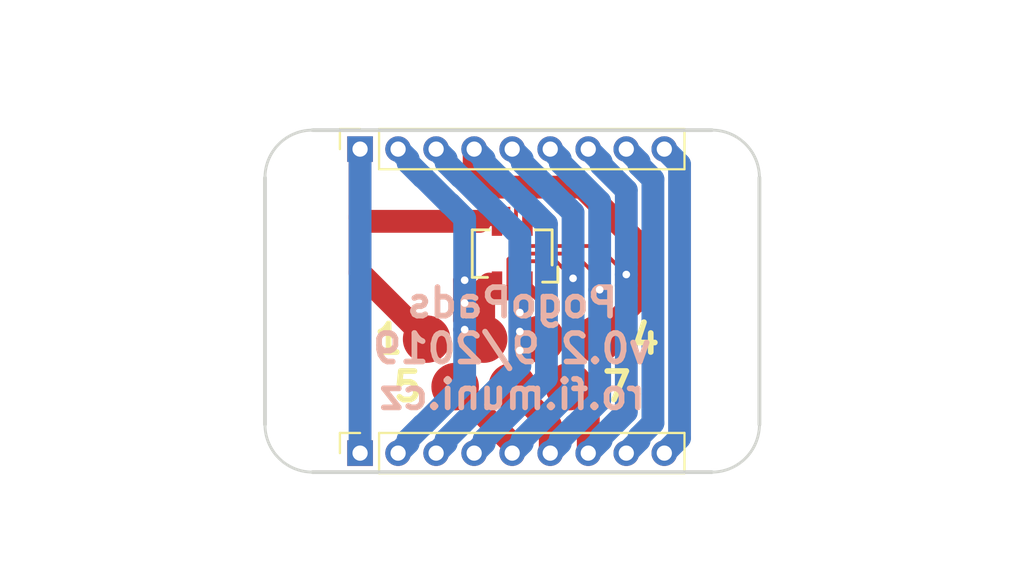
<source format=kicad_pcb>
(kicad_pcb (version 20221018) (generator pcbnew)
  (layers (0 "F.Cu" signal) (31 "B.Cu" signal) (34 "B.Paste" user) (35 "F.Paste" user) (36 "B.SilkS" user "B.Silkscreen") (37 "F.SilkS" user "F.Silkscreen") (38 "B.Mask" user) (39 "F.Mask" user) (44 "Edge.Cuts" user))
  (net 0 "")
  (net 1 "1")
  (net 2 "2")
  (net 3 "3")
  (net 4 "4")
  (net 5 "5")
  (net 6 "6")
  (net 7 "7")
  (net 8 "8")
  (net 9 "9")
  (net 10 "Net-(J4-Pad6)")
  (footprint "rofi:pogo_pads_4_3" (layer "F.Cu") (at 118.5 70)
    (fp_text reference "J3" hide)
    (fp_text value "POGO")
    (pad "1" smd circle (at -4.5 0) (size 2.5 2.5) (layers "F.Cu" "F.Paste" "F.Mask") (net 1 "1"))
    (pad "2" smd circle (at -1.5 0) (size 2.5 2.5) (layers "F.Cu" "F.Paste" "F.Mask") (net 2 "2"))
    (pad "3" smd circle (at 1.5 0) (size 2.5 2.5) (layers "F.Cu" "F.Paste" "F.Mask") (net 3 "3"))
    (pad "4" smd circle (at 4.5 0) (size 2.5 2.5) (layers "F.Cu" "F.Paste" "F.Mask") (net 4 "4"))
    (pad "5" smd circle (at -3 2.5) (size 2.5 2.5) (layers "F.Cu" "F.Paste" "F.Mask") (net 5 "5"))
    (pad "6" smd circle (at 0 2.5) (size 2.5 2.5) (layers "F.Cu" "F.Paste" "F.Mask") (net 6 "6"))
    (pad "7" smd circle (at 3 2.5) (size 2.5 2.5) (layers "F.Cu" "F.Paste" "F.Mask") (net 7 "7"))
  )
  (footprint "MountingHole:MountingHole_2mm" (layer "F.Cu") (at 129.2 68)
    (fp_text reference "H1" hide)
    (fp_text value "MountingHole")
    (pad "" np_thru_hole circle (at 0 0) (size 2 2) (drill 2) (layers "*.Cu" "*.Mask"))
  )
  (footprint "MountingHole:MountingHole_2mm" (layer "F.Cu") (at 107.8 67.9)
    (fp_text reference "H2" hide)
    (fp_text value "MountingHole")
    (pad "" np_thru_hole circle (at 0 0) (size 2 2) (drill 2) (layers "*.Cu" "*.Mask"))
  )
  (footprint "Connector_PinSocket_2.00mm:PinSocket_1x09_P2.00mm_Vertical" (layer "F.Cu") (at 110.5 76 90)
    (fp_text reference "J1" hide)
    (fp_text value "IN")
    (fp_line (start -1.06 1) (end -1.06 17.06) (stroke (width 0.12)) (layer "F.SilkS"))
    (fp_line (start -1.06 1) (end 1.06 1) (stroke (width 0.12)) (layer "F.SilkS"))
    (fp_line (start -1.06 17.06) (end 1.06 17.06) (stroke (width 0.12)) (layer "F.SilkS"))
    (fp_line (start 0 -1.06) (end 1.06 -1.06) (stroke (width 0.12)) (layer "F.SilkS"))
    (fp_line (start 1.06 -1.06) (end 1.06 0) (stroke (width 0.12)) (layer "F.SilkS"))
    (fp_line (start 1.06 1) (end 1.06 17.06) (stroke (width 0.12)) (layer "F.SilkS"))
    (pad "1" thru_hole rect (at 0 0 90) (size 1.35 1.35) (drill 0.8) (layers "*.Cu" "*.Mask") (net 1 "1"))
    (pad "2" thru_hole oval (at 0 2 90) (size 1.35 1.35) (drill 0.8) (layers "*.Cu" "*.Mask") (net 2 "2"))
    (pad "3" thru_hole oval (at 0 4 90) (size 1.35 1.35) (drill 0.8) (layers "*.Cu" "*.Mask") (net 3 "3"))
    (pad "4" thru_hole oval (at 0 6 90) (size 1.35 1.35) (drill 0.8) (layers "*.Cu" "*.Mask") (net 4 "4"))
    (pad "5" thru_hole oval (at 0 8 90) (size 1.35 1.35) (drill 0.8) (layers "*.Cu" "*.Mask") (net 5 "5"))
    (pad "6" thru_hole oval (at 0 10 90) (size 1.35 1.35) (drill 0.8) (layers "*.Cu" "*.Mask") (net 6 "6"))
    (pad "7" thru_hole oval (at 0 12 90) (size 1.35 1.35) (drill 0.8) (layers "*.Cu" "*.Mask") (net 7 "7"))
    (pad "8" thru_hole oval (at 0 14 90) (size 1.35 1.35) (drill 0.8) (layers "*.Cu" "*.Mask") (net 8 "8"))
    (pad "9" thru_hole oval (at 0 16 90) (size 1.35 1.35) (drill 0.8) (layers "*.Cu" "*.Mask") (net 9 "9"))
  )
  (footprint "Connector_PinSocket_2.00mm:PinSocket_1x09_P2.00mm_Vertical" (layer "F.Cu") (at 110.5 60 90)
    (fp_text reference "J2" hide)
    (fp_text value "OUT")
    (fp_line (start -1.06 1) (end -1.06 17.06) (stroke (width 0.12)) (layer "F.SilkS"))
    (fp_line (start -1.06 1) (end 1.06 1) (stroke (width 0.12)) (layer "F.SilkS"))
    (fp_line (start -1.06 17.06) (end 1.06 17.06) (stroke (width 0.12)) (layer "F.SilkS"))
    (fp_line (start 0 -1.06) (end 1.06 -1.06) (stroke (width 0.12)) (layer "F.SilkS"))
    (fp_line (start 1.06 -1.06) (end 1.06 0) (stroke (width 0.12)) (layer "F.SilkS"))
    (fp_line (start 1.06 1) (end 1.06 17.06) (stroke (width 0.12)) (layer "F.SilkS"))
    (pad "1" thru_hole rect (at 0 0 90) (size 1.35 1.35) (drill 0.8) (layers "*.Cu" "*.Mask") (net 1 "1"))
    (pad "2" thru_hole oval (at 0 2 90) (size 1.35 1.35) (drill 0.8) (layers "*.Cu" "*.Mask") (net 2 "2"))
    (pad "3" thru_hole oval (at 0 4 90) (size 1.35 1.35) (drill 0.8) (layers "*.Cu" "*.Mask") (net 3 "3"))
    (pad "4" thru_hole oval (at 0 6 90) (size 1.35 1.35) (drill 0.8) (layers "*.Cu" "*.Mask") (net 4 "4"))
    (pad "5" thru_hole oval (at 0 8 90) (size 1.35 1.35) (drill 0.8) (layers "*.Cu" "*.Mask") (net 5 "5"))
    (pad "6" thru_hole oval (at 0 10 90) (size 1.35 1.35) (drill 0.8) (layers "*.Cu" "*.Mask") (net 6 "6"))
    (pad "7" thru_hole oval (at 0 12 90) (size 1.35 1.35) (drill 0.8) (layers "*.Cu" "*.Mask") (net 7 "7"))
    (pad "8" thru_hole oval (at 0 14 90) (size 1.35 1.35) (drill 0.8) (layers "*.Cu" "*.Mask") (net 8 "8"))
    (pad "9" thru_hole oval (at 0 16 90) (size 1.35 1.35) (drill 0.8) (layers "*.Cu" "*.Mask") (net 9 "9"))
  )
  (footprint "rofi:molex-505004-0812" (layer "F.Cu") (at 118.5 65.5 180)
    (fp_text reference "J4" hide)
    (fp_text value "Molex")
    (fp_line (start -2.4 -1.5) (end -2.4 -0.7) (stroke (width 0.15)) (layer "F.SilkS"))
    (fp_line (start -2.1 -0.6) (end -2.1 1.25) (stroke (width 0.15)) (layer "F.SilkS"))
    (fp_line (start -2.1 1.25) (end -1.2 1.25) (stroke (width 0.15)) (layer "F.SilkS"))
    (fp_line (start -1.6 -1.5) (end -2.4 -1.5) (stroke (width 0.15)) (layer "F.SilkS"))
    (fp_line (start 1.2 1.25) (end 2.1 1.25) (stroke (width 0.15)) (layer "F.SilkS"))
    (fp_line (start 2.1 -1.25) (end 1.3 -1.25) (stroke (width 0.15)) (layer "F.SilkS"))
    (fp_line (start 2.1 1.25) (end 2.1 -1.25) (stroke (width 0.15)) (layer "F.SilkS"))
    (pad "1" smd rect (at -0.8 -1.7 180) (size 0.55 1.524) (layers "F.Cu" "F.Paste" "F.Mask") (net 3 "3"))
    (pad "2" smd rect (at -0.8 1.7 180) (size 0.55 1.524) (layers "F.Cu" "F.Paste" "F.Mask") (net 4 "4"))
    (pad "3" smd rect (at -0.2 -1.7 180) (size 0.2 1.524) (layers "F.Cu" "F.Paste" "F.Mask") (net 5 "5"))
    (pad "4" smd rect (at -0.2 1.7 180) (size 0.2 1.524) (layers "F.Cu" "F.Paste" "F.Mask") (net 7 "7"))
    (pad "5" smd rect (at 0.2 -1.7 180) (size 0.2 1.524) (layers "F.Cu" "F.Paste" "F.Mask") (net 6 "6"))
    (pad "6" smd rect (at 0.2 1.7 180) (size 0.2 1.524) (layers "F.Cu" "F.Paste" "F.Mask") (net 10 "Net-(J4-Pad6)"))
    (pad "7" smd rect (at 0.8 -1.7 180) (size 0.55 1.524) (layers "F.Cu" "F.Paste" "F.Mask") (net 2 "2"))
    (pad "8" smd rect (at 0.8 1.7 180) (size 0.55 1.524) (layers "F.Cu" "F.Paste" "F.Mask") (net 1 "1"))
  )
  (gr_line (start 108 59) (end 129 59) (stroke (width 0.2)) (layer "Edge.Cuts"))
  (gr_arc (start 108 77) (mid 106.232233 76.267767) (end 105.5 74.5) (stroke (width 0.15)) (layer "Edge.Cuts"))
  (gr_arc (start 131.5 74.5) (mid 130.767767 76.267767) (end 129 77) (stroke (width 0.15)) (layer "Edge.Cuts"))
  (gr_line (start 131.5 74.5) (end 131.5 61.5) (stroke (width 0.2)) (layer "Edge.Cuts"))
  (gr_arc (start 105.5 61.5) (mid 106.232233 59.732233) (end 108 59) (stroke (width 0.15)) (layer "Edge.Cuts"))
  (gr_arc (start 129 59) (mid 130.767767 59.732233) (end 131.5 61.5) (stroke (width 0.15)) (layer "Edge.Cuts"))
  (gr_line (start 108 77) (end 129 77) (stroke (width 0.2)) (layer "Edge.Cuts"))
  (gr_line (start 105.5 61.5) (end 105.5 74.5) (stroke (width 0.2)) (layer "Edge.Cuts"))
  (gr_text "PogoPads\nv0.2 9/2019\nro.fi.muni.cz" (at 118.5 70.5) (layer "B.SilkS") (effects (font (size 1.5 1.5) (thickness 0.3)) (justify mirror)))
  (gr_text "4" (at 125.5 70) (layer "F.SilkS") (effects (font (size 1.5 1.5) (thickness 0.3))))
  (gr_text "7" (at 124 72.5) (layer "F.SilkS") (effects (font (size 1.5 1.5) (thickness 0.3))))
  (gr_text "5" (at 113 72.5) (layer "F.SilkS") (effects (font (size 1.5 1.5) (thickness 0.3))))
  (gr_text "1" (at 112 70) (layer "F.SilkS") (effects (font (size 1.5 1.5) (thickness 0.3))))
  (segment (start 110.725 63.8) (end 110.5 63.575) (width 1.2) (layer "F.Cu") (net 1))
  (segment (start 110.5 63.575) (end 110.5 60.8) (width 1.2) (layer "F.Cu") (net 1))
  (segment (start 116.8 63.8) (end 110.725 63.8) (width 1.2) (layer "F.Cu") (net 1))
  (segment (start 110.5 66.5) (end 114 70) (width 1.2) (layer "F.Cu") (net 1))
  (segment (start 116.8 63.8) (end 117.7 63.8) (width 0.5) (layer "F.Cu") (net 1))
  (segment (start 110.5 63.575) (end 110.5 66.5) (width 1.2) (layer "F.Cu") (net 1))
  (segment (start 110.5 60) (end 110.5 76) (width 1.2) (layer "B.Cu") (net 1))
  (segment (start 117 69.743998) (end 117 70) (width 1.5) (layer "F.Cu") (net 2))
  (segment (start 116.000002 66.900002) (end 116 66.9) (width 1.2) (layer "F.Cu") (net 2))
  (segment (start 117 70) (end 116.5 70) (width 1.2) (layer "F.Cu") (net 2))
  (segment (start 117 69.454594) (end 117 70) (width 1.5) (layer "F.Cu") (net 2))
  (segment (start 117 67.4) (end 117 70) (width 1.2) (layer "F.Cu") (net 2))
  (segment (start 116.000002 68.1) (end 116.000002 66.900002) (width 1.2) (layer "F.Cu") (net 2))
  (segment (start 117.3 67.1) (end 117 67.4) (width 1.2) (layer "F.Cu") (net 2))
  (segment (start 116.5 70) (end 116 69.5) (width 1.2) (layer "F.Cu") (net 2))
  (segment (start 117 67.9) (end 117.7 67.2) (width 0.5) (layer "F.Cu") (net 2))
  (segment (start 116.000002 69.000002) (end 116.000002 66.900002) (width 1.2) (layer "F.Cu") (net 2))
  (segment (start 116.000002 69.000002) (end 117 70) (width 1.2) (layer "F.Cu") (net 2))
  (segment (start 116.000002 68.1) (end 116.000002 69.000002) (width 1.2) (layer "F.Cu") (net 2))
  (via (at 116.000002 68.1) (size 0.8) (drill 0.4) (layers "F.Cu" "B.Cu") (net 2))
  (via (at 116 66.9) (size 0.8) (drill 0.4) (layers "F.Cu" "B.Cu") (net 2))
  (via (at 116 69.5) (size 0.8) (drill 0.4) (layers "F.Cu" "B.Cu") (net 2))
  (segment (start 113.791999 61.475001) (end 113.812086 61.475001) (width 1.2) (layer "B.Cu") (net 2))
  (segment (start 113.024999 60.524999) (end 113.024999 60.708001) (width 1.2) (layer "B.Cu") (net 2))
  (segment (start 112.5 60) (end 113.024999 60.524999) (width 1.2) (layer "B.Cu") (net 2))
  (segment (start 115.212096 62.875011) (end 115.232184 62.875011) (width 1.2) (layer "B.Cu") (net 2))
  (segment (start 113.812086 61.475001) (end 115.212096 62.875011) (width 1.2) (layer "B.Cu") (net 2))
  (segment (start 116 69.5) (end 116 72.337086) (width 1.2) (layer "B.Cu") (net 2))
  (segment (start 116 63.642827) (end 116 69.5) (width 1.2) (layer "B.Cu") (net 2))
  (segment (start 113.791999 74.524999) (end 113.024999 75.291999) (width 1.2) (layer "B.Cu") (net 2))
  (segment (start 113.024999 75.291999) (end 113.024999 75.475001) (width 1.2) (layer "B.Cu") (net 2))
  (segment (start 113.024999 75.475001) (end 112.5 76) (width 1.2) (layer "B.Cu") (net 2))
  (segment (start 115.232184 62.875011) (end 116 63.642827) (width 1.2) (layer "B.Cu") (net 2))
  (segment (start 116 72.337086) (end 113.812087 74.524999) (width 1.2) (layer "B.Cu") (net 2))
  (segment (start 113.812087 74.524999) (end 113.791999 74.524999) (width 1.2) (layer "B.Cu") (net 2))
  (segment (start 113.024999 60.708001) (end 113.791999 61.475001) (width 1.2) (layer "B.Cu") (net 2))
  (segment (start 120 69.7) (end 118.89994 68.59994) (width 0.5) (layer "F.Cu") (net 3))
  (segment (start 120 70) (end 119.5 70) (width 0.5) (layer "F.Cu") (net 3))
  (segment (start 119.5 70) (end 118.9 70.6) (width 0.5) (layer "F.Cu") (net 3))
  (segment (start 120 70) (end 120 69.7) (width 0.5) (layer "F.Cu") (net 3))
  (segment (start 120 70) (end 119.3 70) (width 0.5) (layer "F.Cu") (net 3))
  (segment (start 120 70) (end 120 67.9) (width 0.5) (layer "F.Cu") (net 3))
  (segment (start 120 70) (end 120 69.743998) (width 1.5) (layer "F.Cu") (net 3))
  (segment (start 119.3 70) (end 118.89994 69.59994) (width 0.5) (layer "F.Cu") (net 3))
  (segment (start 120 67.9) (end 119.3 67.2) (width 0.5) (layer "F.Cu") (net 3))
  (via (at 118.9 70.6) (size 0.8) (drill 0.4) (layers "F.Cu" "B.Cu") (net 3))
  (via (at 118.89994 68.59994) (size 0.8) (drill 0.4) (layers "F.Cu" "B.Cu") (net 3))
  (via (at 118.89994 69.59994) (size 0.8) (drill 0.4) (layers "F.Cu" "B.Cu") (net 3))
  (segment (start 118.89994 71.417058) (end 118.89994 69.59994) (width 1.2) (layer "B.Cu") (net 3))
  (segment (start 115.791999 61.475001) (end 115.024999 60.708001) (width 1.2) (layer "B.Cu") (net 3))
  (segment (start 118.89994 69.59994) (end 118.89994 68.59994) (width 1.2) (layer "B.Cu") (net 3))
  (segment (start 114.5 76) (end 115.024999 75.475001) (width 1.2) (layer "B.Cu") (net 3))
  (segment (start 115.812086 61.475001) (end 115.791999 61.475001) (width 1.2) (layer "B.Cu") (net 3))
  (segment (start 117.232184 62.875011) (end 117.212096 62.875011) (width 1.2) (layer "B.Cu") (net 3))
  (segment (start 118.89994 68.59994) (end 118.89994 64.522679) (width 1.2) (layer "B.Cu") (net 3))
  (segment (start 118.652282 64.275021) (end 118.632193 64.275021) (width 1.2) (layer "B.Cu") (net 3))
  (segment (start 115.024999 75.475001) (end 115.024999 75.291999) (width 1.2) (layer "B.Cu") (net 3))
  (segment (start 117.212096 62.875011) (end 115.812086 61.475001) (width 1.2) (layer "B.Cu") (net 3))
  (segment (start 118.89994 64.522679) (end 118.652282 64.275021) (width 1.2) (layer "B.Cu") (net 3))
  (segment (start 118.632193 64.275021) (end 117.232184 62.875011) (width 1.2) (layer "B.Cu") (net 3))
  (segment (start 115.024999 60.708001) (end 115.024999 60.524999) (width 1.2) (layer "B.Cu") (net 3))
  (segment (start 115.024999 75.291999) (end 118.89994 71.417058) (width 1.2) (layer "B.Cu") (net 3))
  (segment (start 115.024999 60.524999) (end 114.5 60) (width 1.2) (layer "B.Cu") (net 3))
  (segment (start 117.5 62) (end 119.3 62) (width 1.2) (layer "F.Cu") (net 4))
  (segment (start 119.3 62) (end 122.176002 62) (width 1.2) (layer "F.Cu") (net 4))
  (segment (start 119.3 63.8) (end 119.3 62) (width 0.5) (layer "F.Cu") (net 4))
  (segment (start 125.5 67.5) (end 123 70) (width 1.2) (layer "F.Cu") (net 4))
  (segment (start 116.5 60) (end 116.5 61) (width 1.2) (layer "F.Cu") (net 4))
  (segment (start 116.5 61) (end 117.5 62) (width 1.2) (layer "F.Cu") (net 4))
  (segment (start 125.5 65.323998) (end 125.5 67.5) (width 1.2) (layer "F.Cu") (net 4))
  (segment (start 122.176002 62) (end 125.5 65.323998) (width 1.2) (layer "F.Cu") (net 4))
  (segment (start 119.232183 73.124989) (end 119.212096 73.124989) (width 1.2) (layer "B.Cu") (net 4))
  (segment (start 116.5 60) (end 117.024999 60.524999) (width 1.2) (layer "B.Cu") (net 4))
  (segment (start 119.212096 62.875011) (end 119.232184 62.875011) (width 1.2) (layer "B.Cu") (net 4))
  (segment (start 117.024999 60.524999) (end 117.024999 60.708001) (width 1.2) (layer "B.Cu") (net 4))
  (segment (start 117.812086 61.475001) (end 119.212096 62.875011) (width 1.2) (layer "B.Cu") (net 4))
  (segment (start 120.29995 63.942777) (end 120.29995 72.057222) (width 1.2) (layer "B.Cu") (net 4))
  (segment (start 117.812086 74.524999) (end 117.791999 74.524999) (width 1.2) (layer "B.Cu") (net 4))
  (segment (start 117.024999 75.291999) (end 117.024999 75.475001) (width 1.2) (layer "B.Cu") (net 4))
  (segment (start 119.232184 62.875011) (end 120.29995 63.942777) (width 1.2) (layer "B.Cu") (net 4))
  (segment (start 119.212096 73.124989) (end 117.812086 74.524999) (width 1.2) (layer "B.Cu") (net 4))
  (segment (start 117.024999 75.475001) (end 116.5 76) (width 1.2) (layer "B.Cu") (net 4))
  (segment (start 120.29995 72.057222) (end 119.232183 73.124989) (width 1.2) (layer "B.Cu") (net 4))
  (segment (start 117.791999 74.524999) (end 117.024999 75.291999) (width 1.2) (layer "B.Cu") (net 4))
  (segment (start 117.024999 60.708001) (end 117.791999 61.475001) (width 1.2) (layer "B.Cu") (net 4))
  (segment (start 117.791999 61.475001) (end 117.812086 61.475001) (width 1.2) (layer "B.Cu") (net 4))
  (segment (start 119.022998 65.9) (end 120.8 65.9) (width 0.2) (layer "F.Cu") (net 5))
  (segment (start 115.5 72.5) (end 118.5 75.5) (width 1.2) (layer "F.Cu") (net 5))
  (segment (start 120.8 65.9) (end 121.7 66.8) (width 0.2) (layer "F.Cu") (net 5))
  (segment (start 118.7 66.222998) (end 119.022998 65.9) (width 0.2) (layer "F.Cu") (net 5))
  (segment (start 118.7 67.2) (end 118.7 66.222998) (width 0.2) (layer "F.Cu") (net 5))
  (via (at 121.7 66.8) (size 0.8) (drill 0.4) (layers "F.Cu" "B.Cu") (net 5))
  (segment (start 119.791999 74.524999) (end 119.024999 75.291999) (width 1.2) (layer "B.Cu") (net 5))
  (segment (start 121.212096 62.875011) (end 121.232184 62.875011) (width 1.2) (layer "B.Cu") (net 5))
  (segment (start 121.212096 73.124989) (end 119.812086 74.524999) (width 1.2) (layer "B.Cu") (net 5))
  (segment (start 119.791999 61.475001) (end 119.812086 61.475001) (width 1.2) (layer "B.Cu") (net 5))
  (segment (start 121.232184 62.875011) (end 121.69996 63.342787) (width 1.2) (layer "B.Cu") (net 5))
  (segment (start 121.69996 72.657213) (end 121.232184 73.124989) (width 1.2) (layer "B.Cu") (net 5))
  (segment (start 119.024999 60.524999) (end 119.024999 60.708001) (width 1.2) (layer "B.Cu") (net 5))
  (segment (start 119.812086 61.475001) (end 121.212096 62.875011) (width 1.2) (layer "B.Cu") (net 5))
  (segment (start 119.024999 75.291999) (end 119.024999 75.475001) (width 1.2) (layer "B.Cu") (net 5))
  (segment (start 121.69996 63.342787) (end 121.69996 72.657213) (width 1.2) (layer "B.Cu") (net 5))
  (segment (start 119.812086 74.524999) (end 119.791999 74.524999) (width 1.2) (layer "B.Cu") (net 5))
  (segment (start 119.024999 60.708001) (end 119.791999 61.475001) (width 1.2) (layer "B.Cu") (net 5))
  (segment (start 119.024999 75.475001) (end 118.5 76) (width 1.2) (layer "B.Cu") (net 5))
  (segment (start 121.232184 73.124989) (end 121.212096 73.124989) (width 1.2) (layer "B.Cu") (net 5))
  (segment (start 118.5 60) (end 119.024999 60.524999) (width 1.2) (layer "B.Cu") (net 5))
  (segment (start 123.09997 66.834285) (end 123.09997 67.39997) (width 0.2) (layer "F.Cu") (net 6))
  (segment (start 118.5 72.5) (end 118.5 72.756002) (width 1.5) (layer "F.Cu") (net 6))
  (segment (start 118.5 72.5) (end 120.5 74.5) (width 1.2) (layer "F.Cu") (net 6))
  (segment (start 121.765685 65.5) (end 123.09997 66.834285) (width 0.2) (layer "F.Cu") (net 6))
  (segment (start 118.3 67.2) (end 118.3 65.8) (width 0.2) (layer "F.Cu") (net 6))
  (segment (start 118.3 65.8) (end 118.6 65.5) (width 0.2) (layer "F.Cu") (net 6))
  (segment (start 118.6 65.5) (end 121.765685 65.5) (width 0.2) (layer "F.Cu") (net 6))
  (segment (start 120.5 74.5) (end 120.5 76) (width 1.2) (layer "F.Cu") (net 6))
  (via (at 123.09997 67.39997) (size 0.8) (drill 0.4) (layers "F.Cu" "B.Cu") (net 6))
  (segment (start 121.791999 74.524999) (end 121.024999 75.291999) (width 1.2) (layer "B.Cu") (net 6))
  (segment (start 121.812086 74.524999) (end 121.791999 74.524999) (width 1.2) (layer "B.Cu") (net 6))
  (segment (start 123.09997 62.762885) (end 123.09997 67.39997) (width 1.2) (layer "B.Cu") (net 6))
  (segment (start 121.791999 61.475001) (end 121.812086 61.475001) (width 1.2) (layer "B.Cu") (net 6))
  (segment (start 121.024999 75.475001) (end 120.5 76) (width 1.2) (layer "B.Cu") (net 6))
  (segment (start 121.812086 61.475001) (end 123.09997 62.762885) (width 1.2) (layer "B.Cu") (net 6))
  (segment (start 123.09997 73.237115) (end 121.812086 74.524999) (width 1.2) (layer "B.Cu") (net 6))
  (segment (start 123.09997 67.39997) (end 123.09997 73.237115) (width 1.2) (layer "B.Cu") (net 6))
  (segment (start 121.024999 60.524999) (end 121.024999 60.708001) (width 1.2) (layer "B.Cu") (net 6))
  (segment (start 121.024999 75.291999) (end 121.024999 75.475001) (width 1.2) (layer "B.Cu") (net 6))
  (segment (start 121.024999 60.708001) (end 121.791999 61.475001) (width 1.2) (layer "B.Cu") (net 6))
  (segment (start 120.5 60) (end 121.024999 60.524999) (width 1.2) (layer "B.Cu") (net 6))
  (segment (start 122.5 73.5) (end 122.5 76) (width 1.2) (layer "F.Cu") (net 7))
  (segment (start 121.5 72.5) (end 122.5 73.5) (width 1.2) (layer "F.Cu") (net 7))
  (segment (start 118.7 64.762) (end 119.038 65.1) (width 0.2) (layer "F.Cu") (net 7))
  (segment (start 124.099981 66.199947) (end 124.49998 66.599946) (width 0.2) (layer "F.Cu") (net 7))
  (segment (start 123.000034 65.1) (end 124.099981 66.199947) (width 0.2) (layer "F.Cu") (net 7))
  (segment (start 118.7 63.8) (end 118.7 64.762) (width 0.2) (layer "F.Cu") (net 7))
  (segment (start 119.038 65.1) (end 123.000034 65.1) (width 0.2) (layer "F.Cu") (net 7))
  (via (at 124.49998 66.599946) (size 0.8) (drill 0.4) (layers "F.Cu" "B.Cu") (net 7))
  (segment (start 122.5 60) (end 123.174999 60.674999) (width 1.2) (layer "B.Cu") (net 7))
  (segment (start 123.174999 75.162086) (end 124.49998 73.837105) (width 1.2) (layer "B.Cu") (net 7))
  (segment (start 124.49998 73.837105) (end 124.49998 67.165631) (width 1.2) (layer "B.Cu") (net 7))
  (segment (start 123.174999 60.674999) (end 123.174999 60.837913) (width 1.2) (layer "B.Cu") (net 7))
  (segment (start 122.5 76) (end 123.174999 75.325001) (width 1.2) (layer "B.Cu") (net 7))
  (segment (start 124.49998 66.034261) (end 124.49998 66.599946) (width 1.2) (layer "B.Cu") (net 7))
  (segment (start 123.174999 60.837913) (end 124.49998 62.162894) (width 1.2) (layer "B.Cu") (net 7))
  (segment (start 123.174999 75.325001) (end 123.174999 75.162086) (width 1.2) (layer "B.Cu") (net 7))
  (segment (start 124.49998 67.165631) (end 124.49998 66.599946) (width 1.2) (layer "B.Cu") (net 7))
  (segment (start 124.49998 62.162894) (end 124.49998 66.034261) (width 1.2) (layer "B.Cu") (net 7))
  (segment (start 125.90001 74.416989) (end 125.174999 75.142) (width 1.2) (layer "B.Cu") (net 8))
  (segment (start 125.90001 61.58301) (end 125.90001 74.416989) (width 1.2) (layer "B.Cu") (net 8))
  (segment (start 125.174999 60.674999) (end 125.174999 60.857999) (width 1.2) (layer "B.Cu") (net 8))
  (segment (start 125.174999 75.142) (end 125.174999 75.325001) (width 1.2) (layer "B.Cu") (net 8))
  (segment (start 125.174999 60.857999) (end 125.90001 61.58301) (width 1.2) (layer "B.Cu") (net 8))
  (segment (start 125.174999 75.325001) (end 124.5 76) (width 1.2) (layer "B.Cu") (net 8))
  (segment (start 124.5 60) (end 125.174999 60.674999) (width 1.2) (layer "B.Cu") (net 8))
  (segment (start 127.174999 75.325001) (end 126.5 76) (width 1.2) (layer "B.Cu") (net 9))
  (segment (start 127.30002 60.80002) (end 127.30002 75.19998) (width 1.2) (layer "B.Cu") (net 9))
  (segment (start 127.30002 75.19998) (end 127.174999 75.325001) (width 1.2) (layer "B.Cu") (net 9))
  (segment (start 126.5 60) (end 127.30002 60.80002) (width 1.2) (layer "B.Cu") (net 9))
)
</source>
